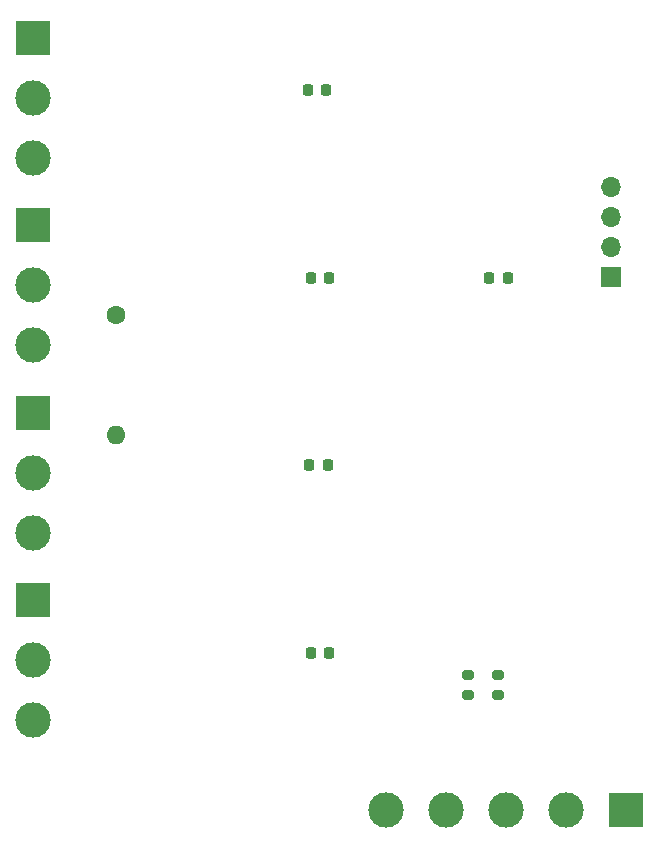
<source format=gbs>
%TF.GenerationSoftware,KiCad,Pcbnew,(6.0.7)*%
%TF.CreationDate,2022-12-07T22:38:20+09:00*%
%TF.ProjectId,multi_channel_temperature,6d756c74-695f-4636-9861-6e6e656c5f74,rev?*%
%TF.SameCoordinates,Original*%
%TF.FileFunction,Soldermask,Bot*%
%TF.FilePolarity,Negative*%
%FSLAX46Y46*%
G04 Gerber Fmt 4.6, Leading zero omitted, Abs format (unit mm)*
G04 Created by KiCad (PCBNEW (6.0.7)) date 2022-12-07 22:38:20*
%MOMM*%
%LPD*%
G01*
G04 APERTURE LIST*
G04 Aperture macros list*
%AMRoundRect*
0 Rectangle with rounded corners*
0 $1 Rounding radius*
0 $2 $3 $4 $5 $6 $7 $8 $9 X,Y pos of 4 corners*
0 Add a 4 corners polygon primitive as box body*
4,1,4,$2,$3,$4,$5,$6,$7,$8,$9,$2,$3,0*
0 Add four circle primitives for the rounded corners*
1,1,$1+$1,$2,$3*
1,1,$1+$1,$4,$5*
1,1,$1+$1,$6,$7*
1,1,$1+$1,$8,$9*
0 Add four rect primitives between the rounded corners*
20,1,$1+$1,$2,$3,$4,$5,0*
20,1,$1+$1,$4,$5,$6,$7,0*
20,1,$1+$1,$6,$7,$8,$9,0*
20,1,$1+$1,$8,$9,$2,$3,0*%
G04 Aperture macros list end*
%ADD10C,3.000000*%
%ADD11R,3.000000X3.000000*%
%ADD12C,1.600000*%
%ADD13O,1.600000X1.600000*%
%ADD14R,1.700000X1.700000*%
%ADD15O,1.700000X1.700000*%
%ADD16RoundRect,0.200000X-0.275000X0.200000X-0.275000X-0.200000X0.275000X-0.200000X0.275000X0.200000X0*%
%ADD17RoundRect,0.225000X0.225000X0.250000X-0.225000X0.250000X-0.225000X-0.250000X0.225000X-0.250000X0*%
G04 APERTURE END LIST*
D10*
%TO.C,CN3*%
X-64770000Y7620000D03*
X-64770000Y12700000D03*
D11*
X-64770000Y17780000D03*
%TD*%
D12*
%TO.C,R43*%
X-57785000Y26035000D03*
D13*
X-57785000Y15875000D03*
%TD*%
D10*
%TO.C,CN4*%
X-64770000Y-8255000D03*
X-64770000Y-3175000D03*
D11*
X-64770000Y1905000D03*
%TD*%
D14*
%TO.C,CN5*%
X-15875000Y29220000D03*
D15*
X-15875000Y31760000D03*
X-15875000Y34300000D03*
X-15875000Y36840000D03*
%TD*%
D10*
%TO.C,CN2*%
X-64770000Y23495000D03*
X-64770000Y28575000D03*
D11*
X-64770000Y33655000D03*
%TD*%
D10*
%TO.C,CN1*%
X-64770000Y39370000D03*
X-64770000Y44450000D03*
D11*
X-64770000Y49530000D03*
%TD*%
%TO.C,CN6*%
X-14605000Y-15875000D03*
D10*
X-19685000Y-15875000D03*
X-24765000Y-15875000D03*
X-29845000Y-15875000D03*
X-34925000Y-15875000D03*
%TD*%
D16*
%TO.C,R46*%
X-25400000Y-4446000D03*
X-25400000Y-6096000D03*
%TD*%
D17*
%TO.C,C36*%
X-39725000Y-2540000D03*
X-41275000Y-2540000D03*
%TD*%
%TO.C,C35*%
X-40005000Y45085000D03*
X-41555000Y45085000D03*
%TD*%
%TO.C,C39*%
X-24625000Y29210000D03*
X-26175000Y29210000D03*
%TD*%
%TO.C,C38*%
X-39725000Y29210000D03*
X-41275000Y29210000D03*
%TD*%
%TO.C,C34*%
X-39865000Y13335000D03*
X-41415000Y13335000D03*
%TD*%
D16*
%TO.C,R49*%
X-27940000Y-4446000D03*
X-27940000Y-6096000D03*
%TD*%
M02*

</source>
